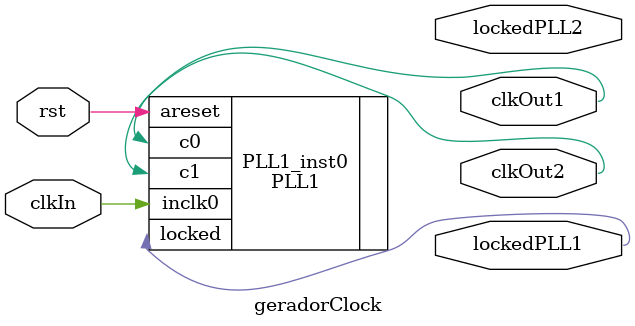
<source format=v>
module geradorClock(
	input clkIn, rst,
	output clkOut1, clkOut2, lockedPLL1, lockedPLL2
	);
	
	PLL1 PLL1_inst0 (
	.areset		 ( rst ),
	.inclk0      ( clkIn ),
	.c0			 ( clkOut1 ),
	.c1			 ( clkOut2 ),
   .locked		 ( lockedPLL1 )
);

	
endmodule

</source>
